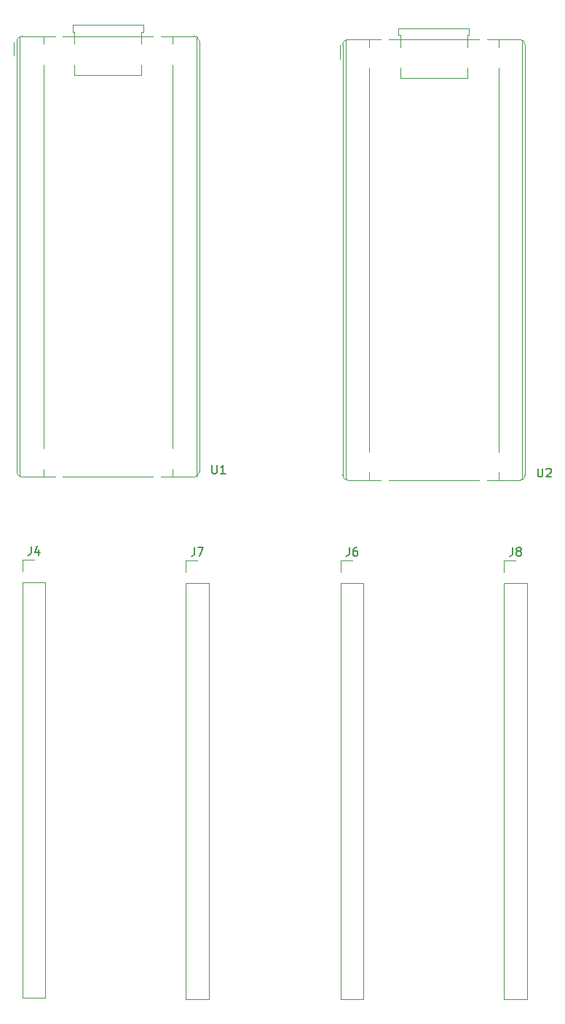
<source format=gbr>
%TF.GenerationSoftware,KiCad,Pcbnew,9.0.0*%
%TF.CreationDate,2025-03-28T14:39:21-04:00*%
%TF.ProjectId,GatorGrid,4761746f-7247-4726-9964-2e6b69636164,rev?*%
%TF.SameCoordinates,Original*%
%TF.FileFunction,Legend,Top*%
%TF.FilePolarity,Positive*%
%FSLAX46Y46*%
G04 Gerber Fmt 4.6, Leading zero omitted, Abs format (unit mm)*
G04 Created by KiCad (PCBNEW 9.0.0) date 2025-03-28 14:39:21*
%MOMM*%
%LPD*%
G01*
G04 APERTURE LIST*
%ADD10C,0.150000*%
%ADD11C,0.120000*%
G04 APERTURE END LIST*
D10*
X142194279Y-85649819D02*
X142194279Y-86459342D01*
X142194279Y-86459342D02*
X142241898Y-86554580D01*
X142241898Y-86554580D02*
X142289517Y-86602200D01*
X142289517Y-86602200D02*
X142384755Y-86649819D01*
X142384755Y-86649819D02*
X142575231Y-86649819D01*
X142575231Y-86649819D02*
X142670469Y-86602200D01*
X142670469Y-86602200D02*
X142718088Y-86554580D01*
X142718088Y-86554580D02*
X142765707Y-86459342D01*
X142765707Y-86459342D02*
X142765707Y-85649819D01*
X143765707Y-86649819D02*
X143194279Y-86649819D01*
X143479993Y-86649819D02*
X143479993Y-85649819D01*
X143479993Y-85649819D02*
X143384755Y-85792676D01*
X143384755Y-85792676D02*
X143289517Y-85887914D01*
X143289517Y-85887914D02*
X143194279Y-85935533D01*
X121166666Y-95104819D02*
X121166666Y-95819104D01*
X121166666Y-95819104D02*
X121119047Y-95961961D01*
X121119047Y-95961961D02*
X121023809Y-96057200D01*
X121023809Y-96057200D02*
X120880952Y-96104819D01*
X120880952Y-96104819D02*
X120785714Y-96104819D01*
X122071428Y-95438152D02*
X122071428Y-96104819D01*
X121833333Y-95057200D02*
X121595238Y-95771485D01*
X121595238Y-95771485D02*
X122214285Y-95771485D01*
X140166666Y-95224819D02*
X140166666Y-95939104D01*
X140166666Y-95939104D02*
X140119047Y-96081961D01*
X140119047Y-96081961D02*
X140023809Y-96177200D01*
X140023809Y-96177200D02*
X139880952Y-96224819D01*
X139880952Y-96224819D02*
X139785714Y-96224819D01*
X140547619Y-95224819D02*
X141214285Y-95224819D01*
X141214285Y-95224819D02*
X140785714Y-96224819D01*
X177166666Y-95224819D02*
X177166666Y-95939104D01*
X177166666Y-95939104D02*
X177119047Y-96081961D01*
X177119047Y-96081961D02*
X177023809Y-96177200D01*
X177023809Y-96177200D02*
X176880952Y-96224819D01*
X176880952Y-96224819D02*
X176785714Y-96224819D01*
X177785714Y-95653390D02*
X177690476Y-95605771D01*
X177690476Y-95605771D02*
X177642857Y-95558152D01*
X177642857Y-95558152D02*
X177595238Y-95462914D01*
X177595238Y-95462914D02*
X177595238Y-95415295D01*
X177595238Y-95415295D02*
X177642857Y-95320057D01*
X177642857Y-95320057D02*
X177690476Y-95272438D01*
X177690476Y-95272438D02*
X177785714Y-95224819D01*
X177785714Y-95224819D02*
X177976190Y-95224819D01*
X177976190Y-95224819D02*
X178071428Y-95272438D01*
X178071428Y-95272438D02*
X178119047Y-95320057D01*
X178119047Y-95320057D02*
X178166666Y-95415295D01*
X178166666Y-95415295D02*
X178166666Y-95462914D01*
X178166666Y-95462914D02*
X178119047Y-95558152D01*
X178119047Y-95558152D02*
X178071428Y-95605771D01*
X178071428Y-95605771D02*
X177976190Y-95653390D01*
X177976190Y-95653390D02*
X177785714Y-95653390D01*
X177785714Y-95653390D02*
X177690476Y-95701009D01*
X177690476Y-95701009D02*
X177642857Y-95748628D01*
X177642857Y-95748628D02*
X177595238Y-95843866D01*
X177595238Y-95843866D02*
X177595238Y-96034342D01*
X177595238Y-96034342D02*
X177642857Y-96129580D01*
X177642857Y-96129580D02*
X177690476Y-96177200D01*
X177690476Y-96177200D02*
X177785714Y-96224819D01*
X177785714Y-96224819D02*
X177976190Y-96224819D01*
X177976190Y-96224819D02*
X178071428Y-96177200D01*
X178071428Y-96177200D02*
X178119047Y-96129580D01*
X178119047Y-96129580D02*
X178166666Y-96034342D01*
X178166666Y-96034342D02*
X178166666Y-95843866D01*
X178166666Y-95843866D02*
X178119047Y-95748628D01*
X178119047Y-95748628D02*
X178071428Y-95701009D01*
X178071428Y-95701009D02*
X177976190Y-95653390D01*
X158166666Y-95224819D02*
X158166666Y-95939104D01*
X158166666Y-95939104D02*
X158119047Y-96081961D01*
X158119047Y-96081961D02*
X158023809Y-96177200D01*
X158023809Y-96177200D02*
X157880952Y-96224819D01*
X157880952Y-96224819D02*
X157785714Y-96224819D01*
X159071428Y-95224819D02*
X158880952Y-95224819D01*
X158880952Y-95224819D02*
X158785714Y-95272438D01*
X158785714Y-95272438D02*
X158738095Y-95320057D01*
X158738095Y-95320057D02*
X158642857Y-95462914D01*
X158642857Y-95462914D02*
X158595238Y-95653390D01*
X158595238Y-95653390D02*
X158595238Y-96034342D01*
X158595238Y-96034342D02*
X158642857Y-96129580D01*
X158642857Y-96129580D02*
X158690476Y-96177200D01*
X158690476Y-96177200D02*
X158785714Y-96224819D01*
X158785714Y-96224819D02*
X158976190Y-96224819D01*
X158976190Y-96224819D02*
X159071428Y-96177200D01*
X159071428Y-96177200D02*
X159119047Y-96129580D01*
X159119047Y-96129580D02*
X159166666Y-96034342D01*
X159166666Y-96034342D02*
X159166666Y-95796247D01*
X159166666Y-95796247D02*
X159119047Y-95701009D01*
X159119047Y-95701009D02*
X159071428Y-95653390D01*
X159071428Y-95653390D02*
X158976190Y-95605771D01*
X158976190Y-95605771D02*
X158785714Y-95605771D01*
X158785714Y-95605771D02*
X158690476Y-95653390D01*
X158690476Y-95653390D02*
X158642857Y-95701009D01*
X158642857Y-95701009D02*
X158595238Y-95796247D01*
X180084279Y-86032319D02*
X180084279Y-86841842D01*
X180084279Y-86841842D02*
X180131898Y-86937080D01*
X180131898Y-86937080D02*
X180179517Y-86984700D01*
X180179517Y-86984700D02*
X180274755Y-87032319D01*
X180274755Y-87032319D02*
X180465231Y-87032319D01*
X180465231Y-87032319D02*
X180560469Y-86984700D01*
X180560469Y-86984700D02*
X180608088Y-86937080D01*
X180608088Y-86937080D02*
X180655707Y-86841842D01*
X180655707Y-86841842D02*
X180655707Y-86032319D01*
X181084279Y-86127557D02*
X181131898Y-86079938D01*
X181131898Y-86079938D02*
X181227136Y-86032319D01*
X181227136Y-86032319D02*
X181465231Y-86032319D01*
X181465231Y-86032319D02*
X181560469Y-86079938D01*
X181560469Y-86079938D02*
X181608088Y-86127557D01*
X181608088Y-86127557D02*
X181655707Y-86222795D01*
X181655707Y-86222795D02*
X181655707Y-86318033D01*
X181655707Y-86318033D02*
X181608088Y-86460890D01*
X181608088Y-86460890D02*
X181036660Y-87032319D01*
X181036660Y-87032319D02*
X181655707Y-87032319D01*
D11*
%TO.C,U1*%
X140720000Y-86430000D02*
G75*
G02*
X140110000Y-87040000I-610000J0D01*
G01*
X140110000Y-35820000D02*
G75*
G02*
X140720000Y-36430000I0J-610000D01*
G01*
X120110000Y-87040000D02*
G75*
G02*
X119500000Y-86430000I-99J609901D01*
G01*
X119500000Y-36430000D02*
G75*
G02*
X120110000Y-35820000I610000J0D01*
G01*
X140720000Y-36430000D02*
X140720000Y-86430000D01*
X140380000Y-86977000D02*
X140380000Y-35883000D01*
X140110000Y-35820000D02*
X137620000Y-35820000D01*
X137620000Y-86126480D02*
X137620000Y-87040000D01*
X137620000Y-39126480D02*
X137620000Y-83733520D01*
X137620000Y-35820000D02*
X137620000Y-36733520D01*
X136272061Y-87040000D02*
X140110000Y-87040000D01*
X136272061Y-35820000D02*
X137620000Y-35820000D01*
X135347939Y-87040000D02*
X133710000Y-87040000D01*
X134345000Y-35820000D02*
X135347939Y-35820000D01*
X134220000Y-35340000D02*
X134010000Y-35340000D01*
X134220000Y-34520000D02*
X134220000Y-35340000D01*
X134010000Y-40340000D02*
X126210000Y-40340000D01*
X134010000Y-39124000D02*
X134010000Y-40340000D01*
X134010000Y-35340000D02*
X134010000Y-36736000D01*
X133710000Y-87040000D02*
X126510000Y-87040000D01*
X126510000Y-87040000D02*
X124872061Y-87040000D01*
X126210000Y-39124000D02*
X126210000Y-40340000D01*
X126210000Y-35340000D02*
X126210000Y-36736000D01*
X126000000Y-35340000D02*
X126210000Y-35340000D01*
X126000000Y-34520000D02*
X134220000Y-34520000D01*
X126000000Y-34520000D02*
X126000000Y-35340000D01*
X125875000Y-35820000D02*
X134345000Y-35820000D01*
X124872061Y-35820000D02*
X125875000Y-35820000D01*
X122600000Y-86126480D02*
X122600000Y-87040000D01*
X122600000Y-39126480D02*
X122600000Y-83733520D01*
X122600000Y-35820000D02*
X123947940Y-35820000D01*
X122600000Y-35820000D02*
X122600000Y-36733520D01*
X120110000Y-87040000D02*
X123947939Y-87040000D01*
X120110000Y-35820000D02*
X122600000Y-35820000D01*
X119840000Y-35883000D02*
X119840000Y-86977000D01*
X119500000Y-36430000D02*
X119500000Y-86430000D01*
X119180000Y-38100000D02*
X119180000Y-36500000D01*
%TO.C,J4*%
X120170000Y-96650000D02*
X121500000Y-96650000D01*
X120170000Y-97980000D02*
X120170000Y-96650000D01*
X120170000Y-99250000D02*
X120170000Y-147570000D01*
X120170000Y-99250000D02*
X122830000Y-99250000D01*
X120170000Y-147570000D02*
X122830000Y-147570000D01*
X122830000Y-99250000D02*
X122830000Y-147570000D01*
%TO.C,J7*%
X139170000Y-96770000D02*
X140500000Y-96770000D01*
X139170000Y-98100000D02*
X139170000Y-96770000D01*
X139170000Y-99370000D02*
X139170000Y-147690000D01*
X139170000Y-99370000D02*
X141830000Y-99370000D01*
X139170000Y-147690000D02*
X141830000Y-147690000D01*
X141830000Y-99370000D02*
X141830000Y-147690000D01*
%TO.C,J8*%
X176170000Y-96770000D02*
X177500000Y-96770000D01*
X176170000Y-98100000D02*
X176170000Y-96770000D01*
X176170000Y-99370000D02*
X176170000Y-147690000D01*
X176170000Y-99370000D02*
X178830000Y-99370000D01*
X176170000Y-147690000D02*
X178830000Y-147690000D01*
X178830000Y-99370000D02*
X178830000Y-147690000D01*
%TO.C,J6*%
X157170000Y-96770000D02*
X158500000Y-96770000D01*
X157170000Y-98100000D02*
X157170000Y-96770000D01*
X157170000Y-99370000D02*
X157170000Y-147690000D01*
X157170000Y-99370000D02*
X159830000Y-99370000D01*
X157170000Y-147690000D02*
X159830000Y-147690000D01*
X159830000Y-99370000D02*
X159830000Y-147690000D01*
%TO.C,U2*%
X157070000Y-38482500D02*
X157070000Y-36882500D01*
X157390000Y-36812500D02*
X157390000Y-86812500D01*
X157730000Y-36265500D02*
X157730000Y-87359500D01*
X158000000Y-36202500D02*
X160490000Y-36202500D01*
X158000000Y-87422500D02*
X161837939Y-87422500D01*
X160490000Y-36202500D02*
X160490000Y-37116020D01*
X160490000Y-36202500D02*
X161837940Y-36202500D01*
X160490000Y-39508980D02*
X160490000Y-84116020D01*
X160490000Y-86508980D02*
X160490000Y-87422500D01*
X162762061Y-36202500D02*
X163765000Y-36202500D01*
X163765000Y-36202500D02*
X172235000Y-36202500D01*
X163890000Y-34902500D02*
X163890000Y-35722500D01*
X163890000Y-34902500D02*
X172110000Y-34902500D01*
X163890000Y-35722500D02*
X164100000Y-35722500D01*
X164100000Y-35722500D02*
X164100000Y-37118500D01*
X164100000Y-39506500D02*
X164100000Y-40722500D01*
X164400000Y-87422500D02*
X162762061Y-87422500D01*
X171600000Y-87422500D02*
X164400000Y-87422500D01*
X171900000Y-35722500D02*
X171900000Y-37118500D01*
X171900000Y-39506500D02*
X171900000Y-40722500D01*
X171900000Y-40722500D02*
X164100000Y-40722500D01*
X172110000Y-34902500D02*
X172110000Y-35722500D01*
X172110000Y-35722500D02*
X171900000Y-35722500D01*
X172235000Y-36202500D02*
X173237939Y-36202500D01*
X173237939Y-87422500D02*
X171600000Y-87422500D01*
X174162061Y-36202500D02*
X175510000Y-36202500D01*
X174162061Y-87422500D02*
X178000000Y-87422500D01*
X175510000Y-36202500D02*
X175510000Y-37116020D01*
X175510000Y-39508980D02*
X175510000Y-84116020D01*
X175510000Y-86508980D02*
X175510000Y-87422500D01*
X178000000Y-36202500D02*
X175510000Y-36202500D01*
X178270000Y-87359500D02*
X178270000Y-36265500D01*
X178610000Y-36812500D02*
X178610000Y-86812500D01*
X157390000Y-36812500D02*
G75*
G02*
X158000000Y-36202500I610000J0D01*
G01*
X158000000Y-87422500D02*
G75*
G02*
X157390000Y-86812500I-99J609901D01*
G01*
X178000000Y-36202500D02*
G75*
G02*
X178610000Y-36812500I0J-610000D01*
G01*
X178610000Y-86812500D02*
G75*
G02*
X178000000Y-87422500I-610000J0D01*
G01*
%TD*%
M02*

</source>
